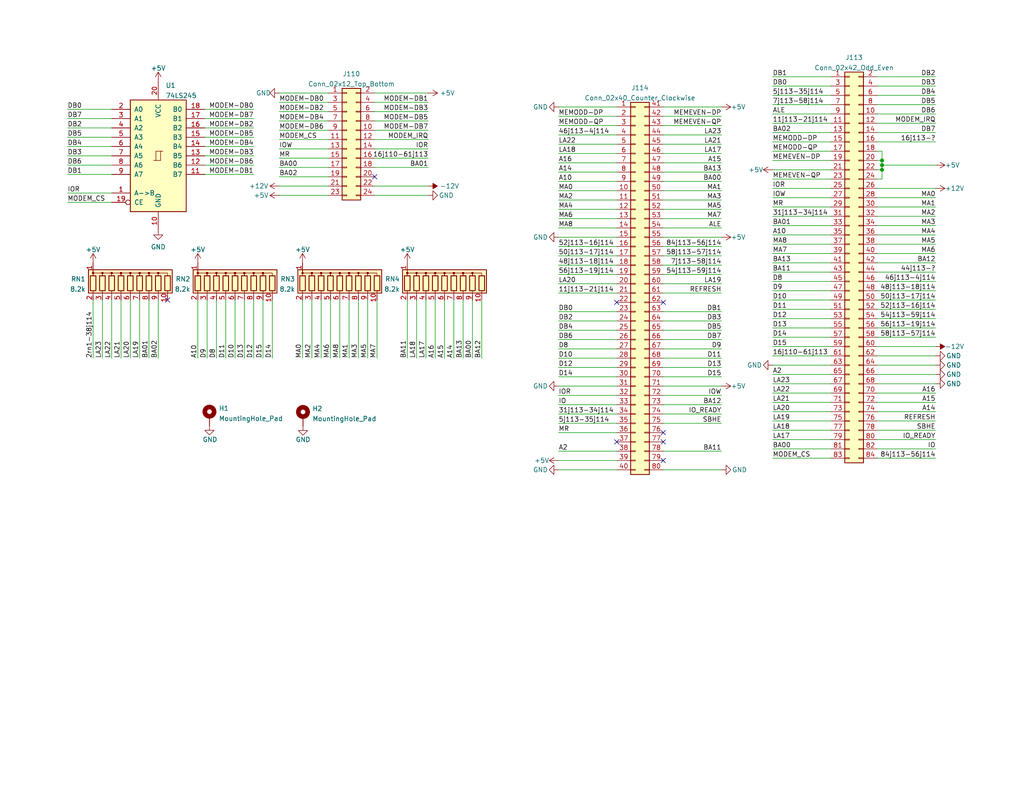
<source format=kicad_sch>
(kicad_sch (version 20211123) (generator eeschema)
  (paper "USLetter")
  (lib_symbols
    (symbol "74xx:74LS245" (pin_names (offset 1.016))
      (property "Reference" "U" (at -7.62 16.51 0))
      (property "Value" "74LS245" (at -7.62 -16.51 0))
      (symbol "74LS245_1_0"
        (pin input line (at -12.7 -10.16 0) (length 5.08) (name "A->B") (number "1"))
        (pin power_in line (at 0 -20.32 90) (length 5.08) (name "GND") (number "10"))
        (pin tri_state line (at 12.7 -5.08 180) (length 5.08) (name "B7") (number "11"))
        (pin tri_state line (at 12.7 -2.54 180) (length 5.08) (name "B6") (number "12"))
        (pin tri_state line (at 12.7 0 180) (length 5.08) (name "B5") (number "13"))
        (pin tri_state line (at 12.7 2.54 180) (length 5.08) (name "B4") (number "14"))
        (pin tri_state line (at 12.7 5.08 180) (length 5.08) (name "B3") (number "15"))
        (pin tri_state line (at 12.7 7.62 180) (length 5.08) (name "B2") (number "16"))
        (pin tri_state line (at 12.7 10.16 180) (length 5.08) (name "B1") (number "17"))
        (pin tri_state line (at 12.7 12.7 180) (length 5.08) (name "B0") (number "18"))
        (pin input inverted (at -12.7 -12.7 0) (length 5.08) (name "CE") (number "19"))
        (pin tri_state line (at -12.7 12.7 0) (length 5.08) (name "A0") (number "2"))
        (pin power_in line (at 0 20.32 270) (length 5.08) (name "VCC") (number "20"))
        (pin tri_state line (at -12.7 10.16 0) (length 5.08) (name "A1") (number "3"))
        (pin tri_state line (at -12.7 7.62 0) (length 5.08) (name "A2") (number "4"))
        (pin tri_state line (at -12.7 5.08 0) (length 5.08) (name "A3") (number "5"))
        (pin tri_state line (at -12.7 2.54 0) (length 5.08) (name "A4") (number "6"))
        (pin tri_state line (at -12.7 0 0) (length 5.08) (name "A5") (number "7"))
        (pin tri_state line (at -12.7 -2.54 0) (length 5.08) (name "A6") (number "8"))
        (pin tri_state line (at -12.7 -5.08 0) (length 5.08) (name "A7") (number "9"))
      )
    )
    (symbol "Connector_Generic:Conn_02x12_Odd_Even" (pin_names (offset 1.016) hide)
      (property "Reference" "J" (at 1.27 15.24 0))
      (property "Value" "Conn_02x12_Odd_Even" (at 1.27 -17.78 0))
      (symbol "Conn_02x12_Odd_Even_1_1"
        (pin passive line (at -5.08 12.7 0) (length 3.81) (name "Pin_1") (number "1"))
        (pin passive line (at 7.62 2.54 180) (length 3.81) (name "Pin_10") (number "10"))
        (pin passive line (at -5.08 0 0) (length 3.81) (name "Pin_11") (number "11"))
        (pin passive line (at 7.62 0 180) (length 3.81) (name "Pin_12") (number "12"))
        (pin passive line (at -5.08 -2.54 0) (length 3.81) (name "Pin_13") (number "13"))
        (pin passive line (at 7.62 -2.54 180) (length 3.81) (name "Pin_14") (number "14"))
        (pin passive line (at -5.08 -5.08 0) (length 3.81) (name "Pin_15") (number "15"))
        (pin passive line (at 7.62 -5.08 180) (length 3.81) (name "Pin_16") (number "16"))
        (pin passive line (at -5.08 -7.62 0) (length 3.81) (name "Pin_17") (number "17"))
        (pin passive line (at 7.62 -7.62 180) (length 3.81) (name "Pin_18") (number "18"))
        (pin passive line (at -5.08 -10.16 0) (length 3.81) (name "Pin_19") (number "19"))
        (pin passive line (at 7.62 12.7 180) (length 3.81) (name "Pin_2") (number "2"))
        (pin passive line (at 7.62 -10.16 180) (length 3.81) (name "Pin_20") (number "20"))
        (pin passive line (at -5.08 -12.7 0) (length 3.81) (name "Pin_21") (number "21"))
        (pin passive line (at 7.62 -12.7 180) (length 3.81) (name "Pin_22") (number "22"))
        (pin passive line (at -5.08 -15.24 0) (length 3.81) (name "Pin_23") (number "23"))
        (pin passive line (at 7.62 -15.24 180) (length 3.81) (name "Pin_24") (number "24"))
        (pin passive line (at -5.08 10.16 0) (length 3.81) (name "Pin_3") (number "3"))
        (pin passive line (at 7.62 10.16 180) (length 3.81) (name "Pin_4") (number "4"))
        (pin passive line (at -5.08 7.62 0) (length 3.81) (name "Pin_5") (number "5"))
        (pin passive line (at 7.62 7.62 180) (length 3.81) (name "Pin_6") (number "6"))
        (pin passive line (at -5.08 5.08 0) (length 3.81) (name "Pin_7") (number "7"))
        (pin passive line (at 7.62 5.08 180) (length 3.81) (name "Pin_8") (number "8"))
        (pin passive line (at -5.08 2.54 0) (length 3.81) (name "Pin_9") (number "9"))
      )
    )
    (symbol "Connector_Generic:Conn_02x40_Top_Bottom" (pin_names (offset 1.016) hide)
      (property "Reference" "J" (at 1.27 50.8 0))
      (property "Value" "Conn_02x40_Top_Bottom" (at 1.27 -53.34 0))
      (symbol "Conn_02x40_Top_Bottom_1_1"
        (pin passive line (at -5.08 48.26 0) (length 3.81) (name "Pin_1") (number "1"))
        (pin passive line (at -5.08 25.4 0) (length 3.81) (name "Pin_10") (number "10"))
        (pin passive line (at -5.08 22.86 0) (length 3.81) (name "Pin_11") (number "11"))
        (pin passive line (at -5.08 20.32 0) (length 3.81) (name "Pin_12") (number "12"))
        (pin passive line (at -5.08 17.78 0) (length 3.81) (name "Pin_13") (number "13"))
        (pin passive line (at -5.08 15.24 0) (length 3.81) (name "Pin_14") (number "14"))
        (pin passive line (at -5.08 12.7 0) (length 3.81) (name "Pin_15") (number "15"))
        (pin passive line (at -5.08 10.16 0) (length 3.81) (name "Pin_16") (number "16"))
        (pin passive line (at -5.08 7.62 0) (length 3.81) (name "Pin_17") (number "17"))
        (pin passive line (at -5.08 5.08 0) (length 3.81) (name "Pin_18") (number "18"))
        (pin passive line (at -5.08 2.54 0) (length 3.81) (name "Pin_19") (number "19"))
        (pin passive line (at -5.08 45.72 0) (length 3.81) (name "Pin_2") (number "2"))
        (pin passive line (at -5.08 0 0) (length 3.81) (name "Pin_20") (number "20"))
        (pin passive line (at -5.08 -2.54 0) (length 3.81) (name "Pin_21") (number "21"))
        (pin passive line (at -5.08 -5.08 0) (length 3.81) (name "Pin_22") (number "22"))
        (pin passive line (at -5.08 -7.62 0) (length 3.81) (name "Pin_23") (number "23"))
        (pin passive line (at -5.08 -10.16 0) (length 3.81) (name "Pin_24") (number "24"))
        (pin passive line (at -5.08 -12.7 0) (length 3.81) (name "Pin_25") (number "25"))
        (pin passive line (at -5.08 -15.24 0) (length 3.81) (name "Pin_26") (number "26"))
        (pin passive line (at -5.08 -17.78 0) (length 3.81) (name "Pin_27") (number "27"))
        (pin passive line (at -5.08 -20.32 0) (length 3.81) (name "Pin_28") (number "28"))
        (pin passive line (at -5.08 -22.86 0) (length 3.81) (name "Pin_29") (number "29"))
        (pin passive line (at -5.08 43.18 0) (length 3.81) (name "Pin_3") (number "3"))
        (pin passive line (at -5.08 -25.4 0) (length 3.81) (name "Pin_30") (number "30"))
        (pin passive line (at -5.08 -27.94 0) (length 3.81) (name "Pin_31") (number "31"))
        (pin passive line (at -5.08 -30.48 0) (length 3.81) (name "Pin_32") (number "32"))
        (pin passive line (at -5.08 -33.02 0) (length 3.81) (name "Pin_33") (number "33"))
        (pin passive line (at -5.08 -35.56 0) (length 3.81) (name "Pin_34") (number "34"))
        (pin passive line (at -5.08 -38.1 0) (length 3.81) (name "Pin_35") (number "35"))
        (pin passive line (at -5.08 -40.64 0) (length 3.81) (name "Pin_36") (number "36"))
        (pin passive line (at -5.08 -43.18 0) (length 3.81) (name "Pin_37") (number "37"))
        (pin passive line (at -5.08 -45.72 0) (length 3.81) (name "Pin_38") (number "38"))
        (pin passive line (at -5.08 -48.26 0) (length 3.81) (name "Pin_39") (number "39"))
        (pin passive line (at -5.08 40.64 0) (length 3.81) (name "Pin_4") (number "4"))
        (pin passive line (at -5.08 -50.8 0) (length 3.81) (name "Pin_40") (number "40"))
        (pin passive line (at 7.62 48.26 180) (length 3.81) (name "Pin_41") (number "41"))
        (pin passive line (at 7.62 45.72 180) (length 3.81) (name "Pin_42") (number "42"))
        (pin passive line (at 7.62 43.18 180) (length 3.81) (name "Pin_43") (number "43"))
        (pin passive line (at 7.62 40.64 180) (length 3.81) (name "Pin_44") (number "44"))
        (pin passive line (at 7.62 38.1 180) (length 3.81) (name "Pin_45") (number "45"))
        (pin passive line (at 7.62 35.56 180) (length 3.81) (name "Pin_46") (number "46"))
        (pin passive line (at 7.62 33.02 180) (length 3.81) (name "Pin_47") (number "47"))
        (pin passive line (at 7.62 30.48 180) (length 3.81) (name "Pin_48") (number "48"))
        (pin passive line (at 7.62 27.94 180) (length 3.81) (name "Pin_49") (number "49"))
        (pin passive line (at -5.08 38.1 0) (length 3.81) (name "Pin_5") (number "5"))
        (pin passive line (at 7.62 25.4 180) (length 3.81) (name "Pin_50") (number "50"))
        (pin passive line (at 7.62 22.86 180) (length 3.81) (name "Pin_51") (number "51"))
        (pin passive line (at 7.62 20.32 180) (length 3.81) (name "Pin_52") (number "52"))
        (pin passive line (at 7.62 17.78 180) (length 3.81) (name "Pin_53") (number "53"))
        (pin passive line (at 7.62 15.24 180) (length 3.81) (name "Pin_54") (number "54"))
        (pin passive line (at 7.62 12.7 180) (length 3.81) (name "Pin_55") (number "55"))
        (pin passive line (at 7.62 10.16 180) (length 3.81) (name "Pin_56") (number "56"))
        (pin passive line (at 7.62 7.62 180) (length 3.81) (name "Pin_57") (number "57"))
        (pin passive line (at 7.62 5.08 180) (length 3.81) (name "Pin_58") (number "58"))
        (pin passive line (at 7.62 2.54 180) (length 3.81) (name "Pin_59") (number "59"))
        (pin passive line (at -5.08 35.56 0) (length 3.81) (name "Pin_6") (number "6"))
        (pin passive line (at 7.62 0 180) (length 3.81) (name "Pin_60") (number "60"))
        (pin passive line (at 7.62 -2.54 180) (length 3.81) (name "Pin_61") (number "61"))
        (pin passive line (at 7.62 -5.08 180) (length 3.81) (name "Pin_62") (number "62"))
        (pin passive line (at 7.62 -7.62 180) (length 3.81) (name "Pin_63") (number "63"))
        (pin passive line (at 7.62 -10.16 180) (length 3.81) (name "Pin_64") (number "64"))
        (pin passive line (at 7.62 -12.7 180) (length 3.81) (name "Pin_65") (number "65"))
        (pin passive line (at 7.62 -15.24 180) (length 3.81) (name "Pin_66") (number "66"))
        (pin passive line (at 7.62 -17.78 180) (length 3.81) (name "Pin_67") (number "67"))
        (pin passive line (at 7.62 -20.32 180) (length 3.81) (name "Pin_68") (number "68"))
        (pin passive line (at 7.62 -22.86 180) (length 3.81) (name "Pin_69") (number "69"))
        (pin passive line (at -5.08 33.02 0) (length 3.81) (name "Pin_7") (number "7"))
        (pin passive line (at 7.62 -25.4 180) (length 3.81) (name "Pin_70") (number "70"))
        (pin passive line (at 7.62 -27.94 180) (length 3.81) (name "Pin_71") (number "71"))
        (pin passive line (at 7.62 -30.48 180) (length 3.81) (name "Pin_72") (number "72"))
        (pin passive line (at 7.62 -33.02 180) (length 3.81) (name "Pin_73") (number "73"))
        (pin passive line (at 7.62 -35.56 180) (length 3.81) (name "Pin_74") (number "74"))
        (pin passive line (at 7.62 -38.1 180) (length 3.81) (name "Pin_75") (number "75"))
        (pin passive line (at 7.62 -40.64 180) (length 3.81) (name "Pin_76") (number "76"))
        (pin passive line (at 7.62 -43.18 180) (length 3.81) (name "Pin_77") (number "77"))
        (pin passive line (at 7.62 -45.72 180) (length 3.81) (name "Pin_78") (number "78"))
        (pin passive line (at 7.62 -48.26 180) (length 3.81) (name "Pin_79") (number "79"))
        (pin passive line (at -5.08 30.48 0) (length 3.81) (name "Pin_8") (number "8"))
        (pin passive line (at 7.62 -50.8 180) (length 3.81) (name "Pin_80") (number "80"))
        (pin passive line (at -5.08 27.94 0) (length 3.81) (name "Pin_9") (number "9"))
      )
    )
    (symbol "Device:R_Network09" (pin_names (offset 0) hide)
      (property "Reference" "RN" (at -12.7 0 90))
      (property "Value" "R_Network09" (at 12.7 0 90))
      (symbol "R_Network09_1_1"
        (pin passive line (at -10.16 5.08 270) (length 2.54) (name "common") (number "1"))
        (pin passive line (at 10.16 -5.08 90) (length 1.27) (name "R9") (number "10"))
        (pin passive line (at -10.16 -5.08 90) (length 1.27) (name "R1") (number "2"))
        (pin passive line (at -7.62 -5.08 90) (length 1.27) (name "R2") (number "3"))
        (pin passive line (at -5.08 -5.08 90) (length 1.27) (name "R3") (number "4"))
        (pin passive line (at -2.54 -5.08 90) (length 1.27) (name "R4") (number "5"))
        (pin passive line (at 0 -5.08 90) (length 1.27) (name "R5") (number "6"))
        (pin passive line (at 2.54 -5.08 90) (length 1.27) (name "R6") (number "7"))
        (pin passive line (at 5.08 -5.08 90) (length 1.27) (name "R7") (number "8"))
        (pin passive line (at 7.62 -5.08 90) (length 1.27) (name "R8") (number "9"))
      )
    )
    (symbol "Mechanical:MountingHole_Pad" (pin_numbers hide) (pin_names (offset 1.016) hide)
      (property "Reference" "H" (at 0 6.35 0))
      (property "Value" "MountingHole_Pad" (at 0 4.445 0))
      (symbol "MountingHole_Pad_1_1"
        (pin input line (at 0 -2.54 90) (length 2.54) (name "1") (number "1"))
      )
    )
    (symbol "RaysLibs:Conn_02x42_Odd_Even" (pin_names (offset 1.016) hide)
      (property "Reference" "J" (at 0 54.61 0))
      (property "Value" "Conn_02x42_Odd_Even" (at 0 -54.61 0))
      (symbol "Conn_02x42_Odd_Even_1_1"
        (pin passive line (at -6.35 52.07 0) (length 3.81) (name "Pin_1") (number "1"))
        (pin passive line (at 6.35 41.91 180) (length 3.81) (name "Pin_10") (number "10"))
        (pin passive line (at -6.35 39.37 0) (length 3.81) (name "Pin_11") (number "11"))
        (pin passive line (at 6.35 39.37 180) (length 3.81) (name "Pin_12") (number "12"))
        (pin passive line (at -6.35 36.83 0) (length 3.81) (name "Pin_13") (number "13"))
        (pin passive line (at 6.35 36.83 180) (length 3.81) (name "Pin_14") (number "14"))
        (pin passive line (at -6.35 34.29 0) (length 3.81) (name "Pin_15") (number "15"))
        (pin passive line (at 6.35 34.29 180) (length 3.81) (name "Pin_16") (number "16"))
        (pin passive line (at -6.35 31.75 0) (length 3.81) (name "Pin_17") (number "17"))
        (pin passive line (at 6.35 31.75 180) (length 3.81) (name "Pin_18") (number "18"))
        (pin passive line (at -6.35 29.21 0) (length 3.81) (name "Pin_19") (number "19"))
        (pin passive line (at 6.35 52.07 180) (length 3.81) (name "Pin_2") (number "2"))
        (pin passive line (at 6.35 29.21 180) (length 3.81) (name "Pin_20") (number "20"))
        (pin passive line (at -6.35 26.67 0) (length 3.81) (name "Pin_21") (number "21"))
        (pin passive line (at 6.35 26.67 180) (length 3.81) (name "Pin_22") (number "22"))
        (pin passive line (at -6.35 24.13 0) (length 3.81) (name "Pin_23") (number "23"))
        (pin passive line (at 6.35 24.13 180) (length 3.81) (name "Pin_24") (number "24"))
        (pin passive line (at -6.35 21.59 0) (length 3.81) (name "Pin_25") (number "25"))
        (pin passive line (at 6.35 21.59 180) (length 3.81) (name "Pin_26") (number "26"))
        (pin passive line (at -6.35 19.05 0) (length 3.81) (name "Pin_27") (number "27"))
        (pin passive line (at 6.35 19.05 180) (length 3.81) (name "Pin_28") (number "28"))
        (pin passive line (at -6.35 16.51 0) (length 3.81) (name "Pin_29") (number "29"))
        (pin passive line (at -6.35 49.53 0) (length 3.81) (name "Pin_3") (number "3"))
        (pin passive line (at 6.35 16.51 180) (length 3.81) (name "Pin_30") (number "30"))
        (pin passive line (at -6.35 13.97 0) (length 3.81) (name "Pin_31") (number "31"))
        (pin passive line (at 6.35 13.97 180) (length 3.81) (name "Pin_32") (number "32"))
        (pin passive line (at -6.35 11.43 0) (length 3.81) (name "Pin_33") (number "33"))
        (pin passive line (at 6.35 11.43 180) (length 3.81) (name "Pin_34") (number "34"))
        (pin passive line (at -6.35 8.89 0) (length 3.81) (name "Pin_35") (number "35"))
        (pin passive line (at 6.35 8.89 180) (length 3.81) (name "Pin_36") (number "36"))
        (pin passive line (at -6.35 6.35 0) (length 3.81) (name "Pin_37") (number "37"))
        (pin passive line (at 6.35 6.35 180) (length 3.81) (name "Pin_38") (number "38"))
        (pin passive line (at -6.35 3.81 0) (length 3.81) (name "Pin_39") (number "39"))
        (pin passive line (at 6.35 49.53 180) (length 3.81) (name "Pin_4") (number "4"))
        (pin passive line (at 6.35 3.81 180) (length 3.81) (name "Pin_40") (number "40"))
        (pin passive line (at -6.35 1.27 0) (length 3.81) (name "Pin_41") (number "41"))
        (pin passive line (at 6.35 1.27 180) (length 3.81) (name "Pin_42") (number "42"))
        (pin passive line (at -6.35 -1.27 0) (length 3.81) (name "Pin_43") (number "43"))
        (pin passive line (at 6.35 -1.27 180) (length 3.81) (name "Pin_44") (number "44"))
        (pin passive line (at -6.35 -3.81 0) (length 3.81) (name "Pin_45") (number "45"))
        (pin passive line (at 6.35 -3.81 180) (length 3.81) (name "Pin_46") (number "46"))
        (pin passive line (at -6.35 -6.35 0) (length 3.81) (name "Pin_47") (number "47"))
        (pin passive line (at 6.35 -6.35 180) (length 3.81) (name "Pin_48") (number "48"))
        (pin passive line (at -6.35 -8.89 0) (length 3.81) (name "Pin_49") (number "49"))
        (pin passive line (at -6.35 46.99 0) (length 3.81) (name "Pin_5") (number "5"))
        (pin passive line (at 6.35 -8.89 180) (length 3.81) (name "Pin_50") (number "50"))
        (pin passive line (at -6.35 -11.43 0) (length 3.81) (name "Pin_51") (number "51"))
        (pin passive line (at 6.35 -11.43 180) (length 3.81) (name "Pin_52") (number "52"))
        (pin passive line (at -6.35 -13.97 0) (length 3.81) (name "Pin_53") (number "53"))
        (pin passive line (at 6.35 -13.97 180) (length 3.81) (name "Pin_54") (number "54"))
        (pin passive line (at -6.35 -16.51 0) (length 3.81) (name "Pin_55") (number "55"))
        (pin passive line (at 6.35 -16.51 180) (length 3.81) (name "Pin_56") (number "56"))
        (pin passive line (at -6.35 -19.05 0) (length 3.81) (name "Pin_57") (number "57"))
        (pin passive line (at 6.35 -19.05 180) (length 3.81) (name "Pin_58") (number "58"))
        (pin passive line (at -6.35 -21.59 0) (length 3.81) (name "Pin_59") (number "59"))
        (pin passive line (at 6.35 46.99 180) (length 3.81) (name "Pin_6") (number "6"))
        (pin passive line (at 6.35 -21.59 180) (length 3.81) (name "Pin_60") (number "60"))
        (pin passive line (at -6.35 -24.13 0) (length 3.81) (name "Pin_61") (number "61"))
        (pin passive line (at 6.35 -24.13 180) (length 3.81) (name "Pin_62") (number "62"))
        (pin passive line (at -6.35 -26.67 0) (length 3.81) (name "Pin_63") (number "63"))
        (pin passive line (at 6.35 -26.67 180) (length 3.81) (name "Pin_64") (number "64"))
        (pin passive line (at -6.35 -29.21 0) (length 3.81) (name "Pin_65") (number "65"))
        (pin passive line (at 6.35 -29.21 180) (length 3.81) (name "Pin_66") (number "66"))
        (pin passive line (at -6.35 -31.75 0) (length 3.81) (name "Pin_67") (number "67"))
        (pin passive line (at 6.35 -31.75 180) (length 3.81) (name "Pin_68") (number "68"))
        (pin passive line (at -6.35 -34.29 0) (length 3.81) (name "Pin_69") (number "69"))
        (pin passive line (at -6.35 44.45 0) (length 3.81) (name "Pin_7") (number "7"))
        (pin passive line (at 6.35 -34.29 180) (length 3.81) (name "Pin_70") (number "70"))
        (pin passive line (at -6.35 -36.83 0) (length 3.81) (name "Pin_71") (number "71"))
        (pin passive line (at 6.35 -36.83 180) (length 3.81) (name "Pin_72") (number "72"))
        (pin passive line (at -6.35 -39.37 0) (length 3.81) (name "Pin_73") (number "73"))
        (pin passive line (at 6.35 -39.37 180) (length 3.81) (name "Pin_74") (number "74"))
        (pin passive line (at -6.35 -41.91 0) (length 3.81) (name "Pin_75") (number "75"))
        (pin passive line (at 6.35 -41.91 180) (length 3.81) (name "Pin_76") (number "76"))
        (pin passive line (at -6.35 -44.45 0) (length 3.81) (name "Pin_77") (number "77"))
        (pin passive line (at 6.35 -44.45 180) (length 3.81) (name "Pin_78") (number "78"))
        (pin passive line (at -6.35 -46.99 0) (length 3.81) (name "Pin_79") (number "79"))
        (pin passive line (at 6.35 44.45 180) (length 3.81) (name "Pin_8") (number "8"))
        (pin passive line (at 6.35 -46.99 180) (length 3.81) (name "Pin_80") (number "80"))
        (pin passive line (at -6.35 -49.53 0) (length 3.81) (name "Pin_81") (number "81"))
        (pin passive line (at 6.35 -49.53 180) (length 3.81) (name "Pin_82") (number "82"))
        (pin passive line (at -6.35 -52.07 0) (length 3.81) (name "Pin_83") (number "83"))
        (pin passive line (at 6.35 -52.07 180) (length 3.81) (name "Pin_84") (number "84"))
        (pin passive line (at -6.35 41.91 0) (length 3.81) (name "Pin_9") (number "9"))
      )
    )
    (symbol "power:+12V" (power) (pin_names (offset 0))
      (property "Value" "+12V" (at 0 3.556 0))
      (symbol "+12V_1_1"
        (pin power_in line (at 0 0 90) (length 0) hide (name "+12V") (number "1"))
      )
    )
    (symbol "power:+5V" (power) (pin_names (offset 0))
      (property "Value" "+5V" (at 0 3.556 0))
      (symbol "+5V_1_1"
        (pin power_in line (at 0 0 90) (length 0) hide (name "+5V") (number "1"))
      )
    )
    (symbol "power:-12V" (power) (pin_names (offset 0))
      (property "Value" "-12V" (at 0 3.81 0))
      (symbol "-12V_0_0"
        (pin power_in line (at 0 0 90) (length 0) hide (name "-12V") (number "1"))
      )
    )
    (symbol "power:GND" (power) (pin_names (offset 0))
      (property "Value" "GND" (at 0 -3.81 0))
      (symbol "GND_1_1"
        (pin power_in line (at 0 0 270) (length 0) hide (name "GND") (number "1"))
      )
    )
  )
  (junction (at 240.665 46.355))
  (junction (at 240.665 45.085))
  (junction (at 240.665 43.815))
  (no_connect (at 180.975 125.73))
  (no_connect (at 168.275 82.55))
  (no_connect (at 180.975 82.55))
  (no_connect (at 45.72 81.915))
  (no_connect (at 168.275 120.65))
  (no_connect (at 102.235 48.26))
  (no_connect (at 180.975 118.11))
  (no_connect (at 180.975 120.65))
  (wire (pts (xy 255.27 89.535) (xy 239.395 89.535)))
  (wire (pts (xy 239.395 28.575) (xy 255.27 28.575)))
  (wire (pts (xy 255.27 97.155) (xy 239.395 97.155)))
  (wire (pts (xy 152.4 34.29) (xy 168.275 34.29)))
  (wire (pts (xy 210.82 74.295) (xy 226.695 74.295)))
  (wire (pts (xy 239.395 20.955) (xy 255.27 20.955)))
  (wire (pts (xy 113.665 97.79) (xy 113.665 81.915)))
  (wire (pts (xy 152.4 44.45) (xy 168.275 44.45)))
  (wire (pts (xy 118.745 97.79) (xy 118.745 81.915)))
  (wire (pts (xy 196.85 44.45) (xy 180.975 44.45)))
  (wire (pts (xy 240.665 45.085) (xy 255.27 45.085)))
  (wire (pts (xy 180.975 95.25) (xy 196.85 95.25)))
  (wire (pts (xy 196.85 46.99) (xy 180.975 46.99)))
  (wire (pts (xy 180.975 100.33) (xy 196.85 100.33)))
  (wire (pts (xy 102.235 33.02) (xy 116.84 33.02)))
  (wire (pts (xy 255.27 64.135) (xy 239.395 64.135)))
  (wire (pts (xy 196.85 105.41) (xy 180.975 105.41)))
  (wire (pts (xy 55.88 45.085) (xy 69.215 45.085)))
  (wire (pts (xy 196.85 39.37) (xy 180.975 39.37)))
  (wire (pts (xy 210.82 43.815) (xy 226.695 43.815)))
  (wire (pts (xy 196.85 67.31) (xy 180.975 67.31)))
  (wire (pts (xy 255.27 71.755) (xy 239.395 71.755)))
  (wire (pts (xy 255.27 117.475) (xy 239.395 117.475)))
  (wire (pts (xy 226.695 94.615) (xy 210.82 94.615)))
  (wire (pts (xy 128.905 97.79) (xy 128.905 81.915)))
  (wire (pts (xy 33.02 97.79) (xy 33.02 81.915)))
  (wire (pts (xy 53.975 97.79) (xy 53.975 81.915)))
  (wire (pts (xy 18.415 37.465) (xy 30.48 37.465)))
  (wire (pts (xy 152.4 49.53) (xy 168.275 49.53)))
  (wire (pts (xy 196.85 64.77) (xy 180.975 64.77)))
  (wire (pts (xy 255.27 102.235) (xy 239.395 102.235)))
  (wire (pts (xy 152.4 100.33) (xy 168.275 100.33)))
  (wire (pts (xy 56.515 81.915) (xy 56.515 97.79)))
  (wire (pts (xy 196.85 115.57) (xy 180.975 115.57)))
  (wire (pts (xy 239.395 56.515) (xy 255.27 56.515)))
  (wire (pts (xy 152.4 72.39) (xy 168.275 72.39)))
  (wire (pts (xy 18.415 52.705) (xy 30.48 52.705)))
  (wire (pts (xy 18.415 29.845) (xy 30.48 29.845)))
  (wire (pts (xy 180.975 92.71) (xy 196.85 92.71)))
  (wire (pts (xy 152.4 97.79) (xy 168.275 97.79)))
  (wire (pts (xy 255.27 79.375) (xy 239.395 79.375)))
  (wire (pts (xy 90.17 81.915) (xy 90.17 97.79)))
  (wire (pts (xy 76.2 38.1) (xy 89.535 38.1)))
  (wire (pts (xy 152.4 125.73) (xy 168.275 125.73)))
  (wire (pts (xy 152.4 123.19) (xy 168.275 123.19)))
  (wire (pts (xy 27.94 97.79) (xy 27.94 81.915)))
  (wire (pts (xy 76.2 25.4) (xy 89.535 25.4)))
  (wire (pts (xy 102.235 27.94) (xy 116.84 27.94)))
  (wire (pts (xy 152.4 92.71) (xy 168.275 92.71)))
  (wire (pts (xy 18.415 34.925) (xy 30.48 34.925)))
  (wire (pts (xy 226.695 86.995) (xy 210.82 86.995)))
  (wire (pts (xy 180.975 102.87) (xy 196.85 102.87)))
  (wire (pts (xy 180.975 113.03) (xy 196.85 113.03)))
  (wire (pts (xy 30.48 40.005) (xy 18.415 40.005)))
  (wire (pts (xy 180.975 80.01) (xy 196.85 80.01)))
  (wire (pts (xy 196.85 128.27) (xy 180.975 128.27)))
  (wire (pts (xy 35.56 97.79) (xy 35.56 81.915)))
  (wire (pts (xy 102.235 40.64) (xy 116.84 40.64)))
  (wire (pts (xy 180.975 85.09) (xy 196.85 85.09)))
  (wire (pts (xy 210.82 117.475) (xy 226.695 117.475)))
  (wire (pts (xy 152.4 54.61) (xy 168.275 54.61)))
  (wire (pts (xy 210.82 59.055) (xy 226.695 59.055)))
  (wire (pts (xy 69.215 81.915) (xy 69.215 97.79)))
  (wire (pts (xy 196.85 34.29) (xy 180.975 34.29)))
  (wire (pts (xy 239.395 33.655) (xy 255.27 33.655)))
  (wire (pts (xy 152.4 102.87) (xy 168.275 102.87)))
  (wire (pts (xy 180.975 59.69) (xy 196.85 59.69)))
  (wire (pts (xy 152.4 41.91) (xy 168.275 41.91)))
  (wire (pts (xy 255.27 53.975) (xy 239.395 53.975)))
  (wire (pts (xy 210.82 122.555) (xy 226.695 122.555)))
  (wire (pts (xy 210.82 120.015) (xy 226.695 120.015)))
  (wire (pts (xy 210.82 66.675) (xy 226.695 66.675)))
  (wire (pts (xy 226.695 79.375) (xy 210.82 79.375)))
  (wire (pts (xy 240.665 45.085) (xy 240.665 46.355)))
  (wire (pts (xy 111.125 97.79) (xy 111.125 81.915)))
  (wire (pts (xy 102.235 53.34) (xy 116.84 53.34)))
  (wire (pts (xy 210.82 64.135) (xy 226.695 64.135)))
  (wire (pts (xy 255.27 107.315) (xy 239.395 107.315)))
  (wire (pts (xy 210.82 33.655) (xy 226.695 33.655)))
  (wire (pts (xy 210.82 23.495) (xy 226.695 23.495)))
  (wire (pts (xy 255.27 84.455) (xy 239.395 84.455)))
  (wire (pts (xy 210.82 109.855) (xy 226.695 109.855)))
  (wire (pts (xy 152.4 36.83) (xy 168.275 36.83)))
  (wire (pts (xy 71.755 81.915) (xy 71.755 97.79)))
  (wire (pts (xy 255.27 69.215) (xy 239.395 69.215)))
  (wire (pts (xy 255.27 122.555) (xy 239.395 122.555)))
  (wire (pts (xy 76.2 30.48) (xy 89.535 30.48)))
  (wire (pts (xy 152.4 95.25) (xy 168.275 95.25)))
  (wire (pts (xy 255.27 59.055) (xy 239.395 59.055)))
  (wire (pts (xy 102.235 30.48) (xy 116.84 30.48)))
  (wire (pts (xy 196.85 31.75) (xy 180.975 31.75)))
  (wire (pts (xy 210.82 107.315) (xy 226.695 107.315)))
  (wire (pts (xy 255.27 125.095) (xy 239.395 125.095)))
  (wire (pts (xy 240.665 46.355) (xy 240.665 48.895)))
  (wire (pts (xy 210.82 51.435) (xy 226.695 51.435)))
  (wire (pts (xy 239.395 23.495) (xy 255.27 23.495)))
  (wire (pts (xy 152.4 62.23) (xy 168.275 62.23)))
  (wire (pts (xy 255.27 81.915) (xy 239.395 81.915)))
  (wire (pts (xy 152.4 57.15) (xy 168.275 57.15)))
  (wire (pts (xy 180.975 57.15) (xy 196.85 57.15)))
  (wire (pts (xy 76.2 35.56) (xy 89.535 35.56)))
  (wire (pts (xy 210.82 36.195) (xy 226.695 36.195)))
  (wire (pts (xy 210.82 38.735) (xy 226.695 38.735)))
  (wire (pts (xy 102.87 81.915) (xy 102.87 97.79)))
  (wire (pts (xy 196.85 41.91) (xy 180.975 41.91)))
  (wire (pts (xy 239.395 41.275) (xy 240.665 41.275)))
  (wire (pts (xy 226.695 46.355) (xy 210.82 46.355)))
  (wire (pts (xy 196.85 123.19) (xy 180.975 123.19)))
  (wire (pts (xy 210.82 31.115) (xy 226.695 31.115)))
  (wire (pts (xy 38.1 97.79) (xy 38.1 81.915)))
  (wire (pts (xy 102.235 25.4) (xy 116.84 25.4)))
  (wire (pts (xy 66.675 81.915) (xy 66.675 97.79)))
  (wire (pts (xy 55.88 37.465) (xy 69.215 37.465)))
  (wire (pts (xy 61.595 81.915) (xy 61.595 97.79)))
  (wire (pts (xy 102.235 43.18) (xy 116.84 43.18)))
  (wire (pts (xy 255.27 104.775) (xy 239.395 104.775)))
  (wire (pts (xy 255.27 86.995) (xy 239.395 86.995)))
  (wire (pts (xy 18.415 47.625) (xy 30.48 47.625)))
  (wire (pts (xy 102.235 50.8) (xy 116.84 50.8)))
  (wire (pts (xy 168.275 110.49) (xy 152.4 110.49)))
  (wire (pts (xy 210.82 112.395) (xy 226.695 112.395)))
  (wire (pts (xy 239.395 66.675) (xy 255.27 66.675)))
  (wire (pts (xy 102.235 35.56) (xy 116.84 35.56)))
  (wire (pts (xy 226.695 84.455) (xy 210.82 84.455)))
  (wire (pts (xy 210.82 41.275) (xy 226.695 41.275)))
  (wire (pts (xy 210.82 102.235) (xy 226.695 102.235)))
  (wire (pts (xy 152.4 59.69) (xy 168.275 59.69)))
  (wire (pts (xy 210.82 56.515) (xy 226.695 56.515)))
  (wire (pts (xy 92.71 81.915) (xy 92.71 97.79)))
  (wire (pts (xy 100.33 81.915) (xy 100.33 97.79)))
  (wire (pts (xy 55.88 29.845) (xy 69.215 29.845)))
  (wire (pts (xy 18.415 55.245) (xy 30.48 55.245)))
  (wire (pts (xy 180.975 54.61) (xy 196.85 54.61)))
  (wire (pts (xy 152.4 107.95) (xy 168.275 107.95)))
  (wire (pts (xy 121.285 97.79) (xy 121.285 81.915)))
  (wire (pts (xy 180.975 90.17) (xy 196.85 90.17)))
  (wire (pts (xy 55.88 34.925) (xy 69.215 34.925)))
  (wire (pts (xy 76.2 33.02) (xy 89.535 33.02)))
  (wire (pts (xy 210.82 81.915) (xy 226.695 81.915)))
  (wire (pts (xy 18.415 32.385) (xy 30.48 32.385)))
  (wire (pts (xy 255.27 112.395) (xy 239.395 112.395)))
  (wire (pts (xy 196.85 69.85) (xy 180.975 69.85)))
  (wire (pts (xy 152.4 31.75) (xy 168.275 31.75)))
  (wire (pts (xy 76.2 48.26) (xy 89.535 48.26)))
  (wire (pts (xy 180.975 49.53) (xy 196.85 49.53)))
  (wire (pts (xy 226.695 89.535) (xy 210.82 89.535)))
  (wire (pts (xy 239.395 26.035) (xy 255.27 26.035)))
  (wire (pts (xy 74.295 81.915) (xy 74.295 97.79)))
  (wire (pts (xy 152.4 46.99) (xy 168.275 46.99)))
  (wire (pts (xy 255.27 120.015) (xy 239.395 120.015)))
  (wire (pts (xy 226.695 97.155) (xy 210.82 97.155)))
  (wire (pts (xy 152.4 52.07) (xy 168.275 52.07)))
  (wire (pts (xy 210.82 28.575) (xy 226.695 28.575)))
  (wire (pts (xy 210.82 104.775) (xy 226.695 104.775)))
  (wire (pts (xy 18.415 45.085) (xy 30.48 45.085)))
  (wire (pts (xy 116.205 97.79) (xy 116.205 81.915)))
  (wire (pts (xy 55.88 40.005) (xy 69.215 40.005)))
  (wire (pts (xy 210.82 71.755) (xy 226.695 71.755)))
  (wire (pts (xy 152.4 85.09) (xy 168.275 85.09)))
  (wire (pts (xy 102.235 45.72) (xy 116.84 45.72)))
  (wire (pts (xy 152.4 67.31) (xy 168.275 67.31)))
  (wire (pts (xy 210.82 99.695) (xy 226.695 99.695)))
  (wire (pts (xy 240.665 43.815) (xy 239.395 43.815)))
  (wire (pts (xy 59.055 81.915) (xy 59.055 97.79)))
  (wire (pts (xy 55.88 42.545) (xy 69.215 42.545)))
  (wire (pts (xy 76.2 40.64) (xy 89.535 40.64)))
  (wire (pts (xy 152.4 90.17) (xy 168.275 90.17)))
  (wire (pts (xy 226.695 69.215) (xy 210.82 69.215)))
  (wire (pts (xy 255.27 76.835) (xy 239.395 76.835)))
  (wire (pts (xy 239.395 61.595) (xy 255.27 61.595)))
  (wire (pts (xy 196.85 77.47) (xy 180.975 77.47)))
  (wire (pts (xy 152.4 69.85) (xy 168.275 69.85)))
  (wire (pts (xy 43.18 81.915) (xy 43.18 97.79)))
  (wire (pts (xy 97.79 81.915) (xy 97.79 97.79)))
  (wire (pts (xy 180.975 107.95) (xy 196.85 107.95)))
  (wire (pts (xy 152.4 39.37) (xy 168.275 39.37)))
  (wire (pts (xy 240.665 48.895) (xy 239.395 48.895)))
  (wire (pts (xy 196.85 72.39) (xy 180.975 72.39)))
  (wire (pts (xy 152.4 74.93) (xy 168.275 74.93)))
  (wire (pts (xy 210.82 114.935) (xy 226.695 114.935)))
  (wire (pts (xy 123.825 97.79) (xy 123.825 81.915)))
  (wire (pts (xy 64.135 81.915) (xy 64.135 97.79)))
  (wire (pts (xy 152.4 87.63) (xy 168.275 87.63)))
  (wire (pts (xy 87.63 81.915) (xy 87.63 97.79)))
  (wire (pts (xy 210.82 48.895) (xy 226.695 48.895)))
  (wire (pts (xy 152.4 113.03) (xy 168.275 113.03)))
  (wire (pts (xy 210.82 125.095) (xy 226.695 125.095)))
  (wire (pts (xy 126.365 97.79) (xy 126.365 81.915)))
  (wire (pts (xy 240.665 43.815) (xy 240.665 45.085)))
  (wire (pts (xy 152.4 77.47) (xy 168.275 77.47)))
  (wire (pts (xy 76.2 50.8) (xy 89.535 50.8)))
  (wire (pts (xy 76.2 27.94) (xy 89.535 27.94)))
  (wire (pts (xy 76.2 45.72) (xy 89.535 45.72)))
  (wire (pts (xy 152.4 118.11) (xy 168.275 118.11)))
  (wire (pts (xy 152.4 128.27) (xy 168.275 128.27)))
  (wire (pts (xy 210.82 76.835) (xy 226.695 76.835)))
  (wire (pts (xy 239.395 114.935) (xy 255.27 114.935)))
  (wire (pts (xy 196.85 110.49) (xy 180.975 110.49)))
  (wire (pts (xy 30.48 97.79) (xy 30.48 81.915)))
  (wire (pts (xy 210.82 61.595) (xy 226.695 61.595)))
  (wire (pts (xy 152.4 115.57) (xy 168.275 115.57)))
  (wire (pts (xy 196.85 74.93) (xy 180.975 74.93)))
  (wire (pts (xy 210.82 53.975) (xy 226.695 53.975)))
  (wire (pts (xy 196.85 36.83) (xy 180.975 36.83)))
  (wire (pts (xy 25.4 97.79) (xy 25.4 81.915)))
  (wire (pts (xy 55.88 47.625) (xy 69.215 47.625)))
  (wire (pts (xy 255.27 92.075) (xy 239.395 92.075)))
  (wire (pts (xy 255.27 38.735) (xy 239.395 38.735)))
  (wire (pts (xy 239.395 51.435) (xy 255.27 51.435)))
  (wire (pts (xy 152.4 64.77) (xy 168.275 64.77)))
  (wire (pts (xy 76.2 43.18) (xy 89.535 43.18)))
  (wire (pts (xy 18.415 42.545) (xy 30.48 42.545)))
  (wire (pts (xy 239.395 46.355) (xy 240.665 46.355)))
  (wire (pts (xy 210.82 26.035) (xy 226.695 26.035)))
  (wire (pts (xy 40.64 81.915) (xy 40.64 97.79)))
  (wire (pts (xy 131.445 97.79) (xy 131.445 81.915)))
  (wire (pts (xy 102.235 38.1) (xy 116.84 38.1)))
  (wire (pts (xy 240.665 41.275) (xy 240.665 43.815)))
  (wire (pts (xy 196.85 29.21) (xy 180.975 29.21)))
  (wire (pts (xy 239.395 31.115) (xy 255.27 31.115)))
  (wire (pts (xy 180.975 97.79) (xy 196.85 97.79)))
  (wire (pts (xy 55.88 32.385) (xy 69.215 32.385)))
  (wire (pts (xy 85.09 81.915) (xy 85.09 97.79)))
  (wire (pts (xy 76.2 53.34) (xy 89.535 53.34)))
  (wire (pts (xy 180.975 87.63) (xy 196.85 87.63)))
  (wire (pts (xy 210.82 20.955) (xy 226.695 20.955)))
  (wire (pts (xy 239.395 94.615) (xy 255.27 94.615)))
  (wire (pts (xy 239.395 36.195) (xy 255.27 36.195)))
  (wire (pts (xy 152.4 80.01) (xy 168.275 80.01)))
  (wire (pts (xy 82.55 97.79) (xy 82.55 81.915)))
  (wire (pts (xy 226.695 92.075) (xy 210.82 92.075)))
  (wire (pts (xy 152.4 105.41) (xy 168.275 105.41)))
  (wire (pts (xy 180.975 52.07) (xy 196.85 52.07)))
  (wire (pts (xy 255.27 109.855) (xy 239.395 109.855)))
  (wire (pts (xy 152.4 29.21) (xy 168.275 29.21)))
  (wire (pts (xy 255.27 74.295) (xy 239.395 74.295)))
  (wire (pts (xy 95.25 81.915) (xy 95.25 97.79)))
  (wire (pts (xy 196.85 62.23) (xy 180.975 62.23)))
  (wire (pts (xy 255.27 99.695) (xy 239.395 99.695)))
  (label "BA12" (at 255.27 71.755 180))
  (label "BA00" (at 196.85 49.53 180))
  (label "MR" (at 152.4 118.11 0))
  (label "A2" (at 210.82 102.235 0))
  (label "MODEM-DB0" (at 76.2 27.94 0))
  (label "56j113-19j114" (at 255.27 89.535 180))
  (label "LA22" (at 30.48 97.79 90))
  (label "D10" (at 152.4 97.79 0))
  (label "MODEM_CS" (at 18.415 55.245 0))
  (label "MEMEVEN-QP" (at 196.85 34.29 180))
  (label "IO" (at 152.4 110.49 0))
  (label "LA22" (at 152.4 39.37 0))
  (label "MEMEVEN-DP" (at 210.82 43.815 0))
  (label "IO_READY" (at 255.27 120.015 180))
  (label "IOR" (at 210.82 51.435 0))
  (label "MODEM-DB7" (at 116.84 35.56 180))
  (label "IOW" (at 196.85 107.95 180))
  (label "D9" (at 210.82 79.375 0))
  (label "58j113-57j114" (at 255.27 92.075 180))
  (label "IO" (at 255.27 122.555 180))
  (label "84j113-56j114" (at 196.85 67.31 180))
  (label "D11" (at 196.85 97.79 180))
  (label "MODEM_CS" (at 76.2 38.1 0))
  (label "MA6" (at 90.17 97.79 90))
  (label "MA7" (at 196.85 59.69 180))
  (label "MODEM-DB6" (at 76.2 35.56 0))
  (label "5j113-35j114" (at 210.82 26.035 0))
  (label "BA01" (at 116.84 45.72 180))
  (label "D10" (at 210.82 81.915 0))
  (label "DB7" (at 18.415 32.385 0))
  (label "IOW" (at 76.2 40.64 0))
  (label "SBHE" (at 255.27 117.475 180))
  (label "44j113-?" (at 255.27 74.295 180))
  (label "LA20" (at 152.4 77.47 0))
  (label "50j113-17j114" (at 152.4 69.85 0))
  (label "ALE" (at 196.85 62.23 180))
  (label "A16" (at 255.27 107.315 180))
  (label "MA5" (at 100.33 97.79 90))
  (label "MODEM-DB5" (at 116.84 33.02 180))
  (label "MA0" (at 255.27 53.975 180))
  (label "MODEM-DB4" (at 76.2 33.02 0))
  (label "MODEM-DB6" (at 69.215 45.085 180))
  (label "MA2" (at 255.27 59.055 180))
  (label "7j113-58j114" (at 210.82 28.575 0))
  (label "MA6" (at 255.27 69.215 180))
  (label "BA02" (at 76.2 48.26 0))
  (label "MODEM-DB1" (at 69.215 47.625 180))
  (label "DB7" (at 255.27 36.195 180))
  (label "BA00" (at 128.905 97.79 90))
  (label "11j113-21j114" (at 152.4 80.01 0))
  (label "D9" (at 196.85 95.25 180))
  (label "IO_READY" (at 196.85 113.03 180))
  (label "MA2" (at 152.4 54.61 0))
  (label "D10" (at 64.135 97.79 90))
  (label "MODEM-DB4" (at 69.215 40.005 180))
  (label "IOR" (at 152.4 107.95 0))
  (label "31j113-34j114" (at 152.4 113.03 0))
  (label "5j113-35j114" (at 152.4 115.57 0))
  (label "BA02" (at 210.82 36.195 0))
  (label "MODEM-DB2" (at 69.215 34.925 180))
  (label "7j113-58j114" (at 196.85 72.39 180))
  (label "50j113-17j114" (at 255.27 81.915 180))
  (label "SBHE" (at 196.85 115.57 180))
  (label "BA12" (at 131.445 97.79 90))
  (label "DB6" (at 18.415 45.085 0))
  (label "MA7" (at 210.82 69.215 0))
  (label "BA13" (at 196.85 46.99 180))
  (label "MODEM-DB1" (at 116.84 27.94 180))
  (label "MA4" (at 152.4 57.15 0))
  (label "DB5" (at 196.85 90.17 180))
  (label "MEMODD-DP" (at 210.82 38.735 0))
  (label "LA22" (at 210.82 107.315 0))
  (label "MODEM-DB7" (at 69.215 32.385 180))
  (label "DB1" (at 18.415 47.625 0))
  (label "MA1" (at 95.25 97.79 90))
  (label "48j113-18j114" (at 255.27 79.375 180))
  (label "D9" (at 56.515 97.79 90))
  (label "D13" (at 210.82 89.535 0))
  (label "D12" (at 210.82 86.995 0))
  (label "MA1" (at 196.85 52.07 180))
  (label "DB0" (at 18.415 29.845 0))
  (label "58j113-57j114" (at 196.85 69.85 180))
  (label "D11" (at 61.595 97.79 90))
  (label "LA23" (at 27.94 97.79 90))
  (label "IOR" (at 116.84 40.64 180))
  (label "DB6" (at 255.27 31.115 180))
  (label "LA19" (at 38.1 97.79 90))
  (label "LA17" (at 196.85 41.91 180))
  (label "MODEM_CS" (at 210.82 125.095 0))
  (label "MEMEVEN-DP" (at 196.85 31.75 180))
  (label "LA21" (at 33.02 97.79 90))
  (label "BA00" (at 210.82 122.555 0))
  (label "ALE" (at 210.82 31.115 0))
  (label "DB7" (at 196.85 92.71 180))
  (label "MA0" (at 152.4 52.07 0))
  (label "MODEM-DB2" (at 76.2 30.48 0))
  (label "DB6" (at 152.4 92.71 0))
  (label "DB2" (at 18.415 34.925 0))
  (label "MA5" (at 255.27 66.675 180))
  (label "MA4" (at 87.63 97.79 90))
  (label "54j113-59j114" (at 255.27 86.995 180))
  (label "REFRESH" (at 196.85 80.01 180))
  (label "56j113-19j114" (at 152.4 74.93 0))
  (label "52j113-16j114" (at 152.4 67.31 0))
  (label "MODEM-DB3" (at 69.215 42.545 180))
  (label "D12" (at 69.215 97.79 90))
  (label "MA4" (at 255.27 64.135 180))
  (label "LA18" (at 113.665 97.79 90))
  (label "48j113-18j114" (at 152.4 72.39 0))
  (label "A14" (at 123.825 97.79 90))
  (label "A10" (at 210.82 64.135 0))
  (label "MEMODD-DP" (at 152.4 31.75 0))
  (label "MA8" (at 152.4 62.23 0))
  (label "54j113-59j114" (at 196.85 74.93 180))
  (label "16j110-61j113" (at 116.84 43.18 180))
  (label "MA2" (at 85.09 97.79 90))
  (label "A16" (at 152.4 44.45 0))
  (label "A14" (at 255.27 112.395 180))
  (label "D15" (at 71.755 97.79 90))
  (label "LA17" (at 210.82 120.015 0))
  (label "LA18" (at 210.82 117.475 0))
  (label "BA13" (at 126.365 97.79 90))
  (label "MA3" (at 196.85 54.61 180))
  (label "IOW" (at 210.82 53.975 0))
  (label "LA21" (at 196.85 39.37 180))
  (label "MA0" (at 82.55 97.79 90))
  (label "A10" (at 152.4 49.53 0))
  (label "BA00" (at 76.2 45.72 0))
  (label "MODEM_IRQ" (at 255.27 33.655 180))
  (label "LA19" (at 196.85 77.47 180))
  (label "A2" (at 152.4 123.19 0))
  (label "MA6" (at 152.4 59.69 0))
  (label "DB2" (at 255.27 20.955 180))
  (label "DB3" (at 196.85 87.63 180))
  (label "DB4" (at 255.27 26.035 180))
  (label "BA01" (at 210.82 61.595 0))
  (label "A15" (at 121.285 97.79 90))
  (label "46j113-4j114" (at 152.4 36.83 0))
  (label "MODEM-DB5" (at 69.215 37.465 180))
  (label "LA17" (at 116.205 97.79 90))
  (label "MR" (at 76.2 43.18 0))
  (label "REFRESH" (at 255.27 114.935 180))
  (label "IOR" (at 18.415 52.705 0))
  (label "D14" (at 74.295 97.79 90))
  (label "DB0" (at 152.4 85.09 0))
  (label "A15" (at 196.85 44.45 180))
  (label "2rn1-38j114" (at 25.4 97.79 90))
  (label "MEMEVEN-QP" (at 210.82 48.895 0))
  (label "D15" (at 210.82 94.615 0))
  (label "D13" (at 196.85 100.33 180))
  (label "MA8" (at 210.82 66.675 0))
  (label "LA21" (at 210.82 109.855 0))
  (label "A14" (at 152.4 46.99 0))
  (label "11j113-21j114" (at 210.82 33.655 0))
  (label "A15" (at 255.27 109.855 180))
  (label "A10" (at 53.975 97.79 90))
  (label "BA11" (at 210.82 74.295 0))
  (label "MA8" (at 92.71 97.79 90))
  (label "D8" (at 152.4 95.25 0))
  (label "52j113-16j114" (at 255.27 84.455 180))
  (label "D14" (at 152.4 102.87 0))
  (label "DB2" (at 152.4 87.63 0))
  (label "31j113-34j114" (at 210.82 59.055 0))
  (label "MODEM-DB3" (at 116.84 30.48 180))
  (label "D14" (at 210.82 92.075 0))
  (label "LA20" (at 210.82 112.395 0))
  (label "DB4" (at 18.415 40.005 0))
  (label "LA18" (at 152.4 41.91 0))
  (label "MA5" (at 196.85 57.15 180))
  (label "LA23" (at 196.85 36.83 180))
  (label "MA7" (at 102.87 97.79 90))
  (label "BA11" (at 111.125 97.79 90))
  (label "A16" (at 118.745 97.79 90))
  (label "D11" (at 210.82 84.455 0))
  (label "MODEM_IRQ" (at 116.84 38.1 180))
  (label "BA11" (at 196.85 123.19 180))
  (label "46j113-4j114" (at 255.27 76.835 180))
  (label "D12" (at 152.4 100.33 0))
  (label "BA02" (at 43.18 97.79 90))
  (label "MODEM-DB0" (at 69.215 29.845 180))
  (label "LA19" (at 210.82 114.935 0))
  (label "BA01" (at 40.64 97.79 90))
  (label "84j113-56j114" (at 255.27 125.095 180))
  (label "16j110-61j113" (at 210.82 97.155 0))
  (label "DB1" (at 210.82 20.955 0))
  (label "LA23" (at 210.82 104.775 0))
  (label "MEMODD-QP" (at 210.82 41.275 0))
  (label "DB4" (at 152.4 90.17 0))
  (label "16j113-?" (at 255.27 38.735 180))
  (label "MEMODD-QP" (at 152.4 34.29 0))
  (label "MA3" (at 97.79 97.79 90))
  (label "DB5" (at 18.415 37.465 0))
  (label "D8" (at 59.055 97.79 90))
  (label "MA1" (at 255.27 56.515 180))
  (label "LA20" (at 35.56 97.79 90))
  (label "DB3" (at 255.27 23.495 180))
  (label "DB3" (at 18.415 42.545 0))
  (label "MA3" (at 255.27 61.595 180))
  (label "D8" (at 210.82 76.835 0))
  (label "D15" (at 196.85 102.87 180))
  (label "D13" (at 66.675 97.79 90))
  (label "BA12" (at 196.85 110.49 180))
  (label "DB0" (at 210.82 23.495 0))
  (label "DB1" (at 196.85 85.09 180))
  (label "BA13" (at 210.82 71.755 0))
  (label "DB5" (at 255.27 28.575 180))
  (label "MR" (at 210.82 56.515 0))
  (symbol (lib_id "Mechanical:MountingHole_Pad") (at 57.15 113.665 0) (unit 1)
    (property "Reference" "H1" (at 59.69 111.4865 0) (effects (justify left)))
    (property "Value" "MountingHole_Pad" (at 59.69 114.2616 0) (effects (justify left)))
    (property "Footprint" "MountingHole:MountingHole_4mm_Pad_TopOnly" (effects hide))
  )
  (symbol (lib_id "Device:R_Network09") (at 64.135 76.835 0) (unit 1)
    (property "Reference" "RN2" (at 51.943 76.1805 0) (effects (justify right)))
    (property "Value" "8.2k" (at 51.943 78.9556 0) (effects (justify right)))
    (property "Footprint" "Resistor_THT:R_Array_SIP10" (effects hide))
    (property "Datasheet" "http://www.vishay.com/docs/31509/csc.pdf" (effects hide))
  )
  (symbol (lib_id "power:GND") (at 210.82 99.695 270) (mirror x) (unit 1)
    (property "Reference" "#PWR0125" (effects hide))
    (property "Value" "GND" (at 203.835 99.695 90) (effects (justify left)))
  )
  (symbol (lib_id "power:+5V") (at 53.975 71.755 0) (unit 1)
    (property "Reference" "#PWR0101" (effects hide))
    (property "Value" "+5V" (at 53.975 68.1505 0))
  )
  (symbol (lib_id "power:+5V") (at 196.85 64.77 270) (mirror x) (unit 1)
    (property "Reference" "#PWR0105" (effects hide))
    (property "Value" "+5V" (at 199.39 64.77 90) (effects (justify left)))
  )
  (symbol (lib_id "power:+5V") (at 116.84 25.4 270) (unit 1)
    (property "Reference" "#PWR0113" (effects hide))
    (property "Value" "+5V" (at 120.015 25.4 90) (effects (justify left)))
  )
  (symbol (lib_id "Device:R_Network09") (at 92.71 76.835 0) (unit 1)
    (property "Reference" "RN3" (at 80.518 76.1805 0) (effects (justify right)))
    (property "Value" "8.2k" (at 80.518 78.9556 0) (effects (justify right)))
    (property "Footprint" "Resistor_THT:R_Array_SIP10" (effects hide))
    (property "Datasheet" "http://www.vishay.com/docs/31509/csc.pdf" (effects hide))
  )
  (symbol (lib_id "power:+5V") (at 25.4 71.755 0) (unit 1)
    (property "Reference" "#PWR0120" (effects hide))
    (property "Value" "+5V" (at 25.4 68.1505 0))
  )
  (symbol (lib_id "power:GND") (at 76.2 25.4 270) (unit 1)
    (property "Reference" "#PWR0115" (effects hide))
    (property "Value" "GND" (at 69.85 25.4 90) (effects (justify left)))
  )
  (symbol (lib_id "power:+5V") (at 196.85 29.21 270) (mirror x) (unit 1)
    (property "Reference" "#PWR0103" (effects hide))
    (property "Value" "+5V" (at 199.39 29.21 90) (effects (justify left)))
  )
  (symbol (lib_id "Mechanical:MountingHole_Pad") (at 82.673 113.7409 0) (unit 1)
    (property "Reference" "H2" (at 85.213 111.5624 0) (effects (justify left)))
    (property "Value" "MountingHole_Pad" (at 85.213 114.3375 0) (effects (justify left)))
    (property "Footprint" "MountingHole:MountingHole_4mm_Pad_TopOnly" (effects hide))
  )
  (symbol (lib_id "power:+5V") (at 196.85 105.41 270) (mirror x) (unit 1)
    (property "Reference" "#PWR0110" (effects hide))
    (property "Value" "+5V" (at 199.39 105.41 90) (effects (justify left)))
  )
  (symbol (lib_id "power:+5V") (at 43.18 22.225 0) (unit 1)
    (property "Reference" "#PWR0114" (effects hide))
    (property "Value" "+5V" (at 43.18 18.6205 0))
  )
  (symbol (lib_id "Device:R_Network09") (at 121.285 76.835 0) (unit 1)
    (property "Reference" "RN4" (at 109.093 76.1805 0) (effects (justify right)))
    (property "Value" "8.2k" (at 109.093 78.9556 0) (effects (justify right)))
    (property "Footprint" "Resistor_THT:R_Array_SIP10" (effects hide))
    (property "Datasheet" "http://www.vishay.com/docs/31509/csc.pdf" (effects hide))
  )
  (symbol (lib_id "power:GND") (at 255.27 99.695 90) (unit 1)
    (property "Reference" "#PWR0129" (effects hide))
    (property "Value" "GND" (at 262.255 99.695 90) (effects (justify left)))
  )
  (symbol (lib_id "power:GND") (at 152.4 29.21 270) (unit 1)
    (property "Reference" "#PWR0108" (effects hide))
    (property "Value" "GND" (at 145.415 29.21 90) (effects (justify left)))
  )
  (symbol (lib_id "power:GND") (at 255.27 102.235 90) (unit 1)
    (property "Reference" "#PWR0128" (effects hide))
    (property "Value" "GND" (at 262.255 102.235 90) (effects (justify left)))
  )
  (symbol (lib_id "Connector_Generic:Conn_02x12_Odd_Even") (at 94.615 38.1 0) (unit 1)
    (property "Reference" "J110" (at 95.885 20.1635 0))
    (property "Value" "Conn_02x12_Top_Bottom" (at 95.885 22.9386 0))
    (property "Footprint" "raysstuff:5530843-1_oddeven" (effects hide))
  )
  (symbol (lib_id "power:GND") (at 82.673 116.2809 0) (unit 1)
    (property "Reference" "#PWR0132" (effects hide))
    (property "Value" "GND" (at 80.645 120.015 0) (effects (justify left)))
  )
  (symbol (lib_id "power:+5V") (at 210.82 46.355 90) (unit 1)
    (property "Reference" "#PWR0123" (effects hide))
    (property "Value" "+5V" (at 208.28 46.355 90) (effects (justify left)))
  )
  (symbol (lib_id "power:GND") (at 255.27 104.775 90) (unit 1)
    (property "Reference" "#PWR0127" (effects hide))
    (property "Value" "GND" (at 262.255 104.775 90) (effects (justify left)))
  )
  (symbol (lib_id "power:+5V") (at 111.125 71.755 0) (unit 1)
    (property "Reference" "#PWR0104" (effects hide))
    (property "Value" "+5V" (at 111.125 68.1505 0))
  )
  (symbol (lib_id "power:+5V") (at 82.55 71.755 0) (unit 1)
    (property "Reference" "#PWR0102" (effects hide))
    (property "Value" "+5V" (at 82.55 68.1505 0))
  )
  (symbol (lib_id "Connector_Generic:Conn_02x40_Top_Bottom") (at 173.355 77.47 0) (unit 1)
    (property "Reference" "J114" (at 174.625 23.9735 0))
    (property "Value" "Conn_02x40_Counter_Clockwise" (at 174.625 26.7486 0))
    (property "Footprint" "raysstuff:2-5530843-0_mirror" (effects hide))
  )
  (symbol (lib_id "Device:R_Network09") (at 35.56 76.835 0) (unit 1)
    (property "Reference" "RN1" (at 23.368 76.1805 0) (effects (justify right)))
    (property "Value" "8.2k" (at 23.368 78.9556 0) (effects (justify right)))
    (property "Footprint" "Resistor_THT:R_Array_SIP10" (effects hide))
    (property "Datasheet" "http://www.vishay.com/docs/31509/csc.pdf" (effects hide))
  )
  (symbol (lib_id "power:+12V") (at 76.2 50.8 90) (mirror x) (unit 1)
    (property "Reference" "#PWR0119" (effects hide))
    (property "Value" "+12V" (at 67.945 50.8 90) (effects (justify right)))
  )
  (symbol (lib_id "power:GND") (at 57.15 116.205 0) (unit 1)
    (property "Reference" "#PWR0131" (effects hide))
    (property "Value" "GND" (at 55.245 120.015 0) (effects (justify left)))
  )
  (symbol (lib_id "power:GND") (at 152.4 105.41 270) (unit 1)
    (property "Reference" "#PWR0106" (effects hide))
    (property "Value" "GND" (at 145.415 105.41 90) (effects (justify left)))
  )
  (symbol (lib_id "power:GND") (at 116.84 53.34 90) (mirror x) (unit 1)
    (property "Reference" "#PWR0112" (effects hide))
    (property "Value" "GND" (at 123.825 53.34 90) (effects (justify left)))
  )
  (symbol (lib_id "power:GND") (at 152.4 128.27 270) (unit 1)
    (property "Reference" "#PWR0111" (effects hide))
    (property "Value" "GND" (at 145.415 128.27 90) (effects (justify left)))
  )
  (symbol (lib_id "power:+5V") (at 76.2 53.34 90) (unit 1)
    (property "Reference" "#PWR0117" (effects hide))
    (property "Value" "+5V" (at 69.215 53.34 90) (effects (justify right)))
  )
  (symbol (lib_id "power:-12V") (at 255.27 94.615 270) (unit 1)
    (property "Reference" "#PWR0126" (effects hide))
    (property "Value" "-12V" (at 257.81 94.615 90) (effects (justify left)))
  )
  (symbol (lib_id "power:+5V") (at 255.27 45.085 270) (unit 1)
    (property "Reference" "#PWR0121" (effects hide))
    (property "Value" "+5V" (at 257.81 45.085 90) (effects (justify left)))
  )
  (symbol (lib_id "power:GND") (at 43.18 62.865 0) (unit 1)
    (property "Reference" "#PWR0116" (effects hide))
    (property "Value" "GND" (at 43.18 67.4275 0))
  )
  (symbol (lib_id "power:+12V") (at 255.27 51.435 270) (unit 1)
    (property "Reference" "#PWR0122" (effects hide))
    (property "Value" "+12V" (at 257.81 51.435 90) (effects (justify left)))
  )
  (symbol (lib_id "power:GND") (at 196.85 128.27 90) (unit 1)
    (property "Reference" "#PWR0109" (effects hide))
    (property "Value" "GND" (at 203.835 128.27 90) (effects (justify left)))
  )
  (symbol (lib_id "power:GND") (at 152.4 64.77 270) (unit 1)
    (property "Reference" "#PWR0107" (effects hide))
    (property "Value" "GND" (at 145.415 64.77 90) (effects (justify left)))
  )
  (symbol (lib_id "power:GND") (at 255.27 97.155 90) (unit 1)
    (property "Reference" "#PWR0130" (effects hide))
    (property "Value" "GND" (at 262.255 97.155 90) (effects (justify left)))
  )
  (symbol (lib_id "power:+5V") (at 152.4 125.73 90) (mirror x) (unit 1)
    (property "Reference" "#PWR0124" (effects hide))
    (property "Value" "+5V" (at 149.86 125.73 90) (effects (justify left)))
  )
  (symbol (lib_id "RaysLibs:Conn_02x42_Odd_Even") (at 233.045 73.025 0) (unit 1)
    (property "Reference" "J113" (at 233.045 15.7185 0))
    (property "Value" "Conn_02x42_Odd_Even" (at 233.045 18.4936 0))
    (property "Footprint" "raysstuff:PinSocket_2x42_P1.27mm_Vertical_2.54row" (effects hide))
  )
  (symbol (lib_id "74xx:74LS245") (at 43.18 42.545 0) (unit 1)
    (property "Reference" "U1" (at 45.1994 23.3385 0) (effects (justify left)))
    (property "Value" "74LS245" (at 45.1994 26.1136 0) (effects (justify left)))
    (property "Footprint" "Package_DIP:DIP-20_W7.62mm" (effects hide))
    (property "Datasheet" "http://www.ti.com/lit/gpn/sn74LS245" (effects hide))
    (property "PartNumber" "74LS245N" (effects hide))
  )
  (symbol (lib_id "power:-12V") (at 116.84 50.8 270) (unit 1)
    (property "Reference" "#PWR0118" (effects hide))
    (property "Value" "-12V" (at 120.015 50.8 90) (effects (justify left)))
  )
)
</source>
